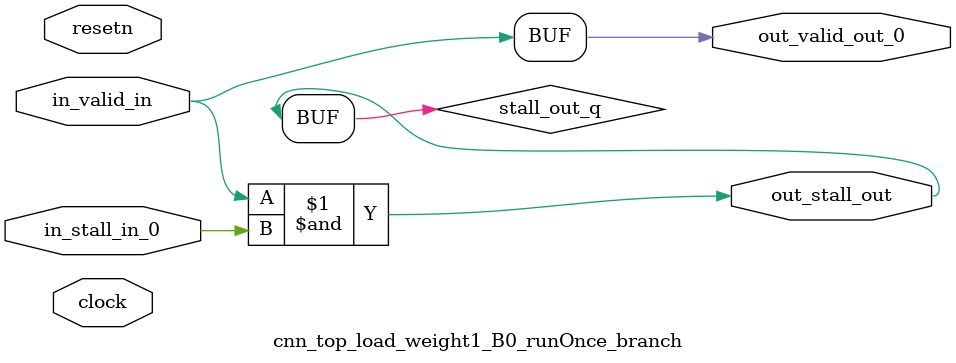
<source format=sv>



(* altera_attribute = "-name AUTO_SHIFT_REGISTER_RECOGNITION OFF; -name MESSAGE_DISABLE 10036; -name MESSAGE_DISABLE 10037; -name MESSAGE_DISABLE 14130; -name MESSAGE_DISABLE 14320; -name MESSAGE_DISABLE 15400; -name MESSAGE_DISABLE 14130; -name MESSAGE_DISABLE 10036; -name MESSAGE_DISABLE 12020; -name MESSAGE_DISABLE 12030; -name MESSAGE_DISABLE 12010; -name MESSAGE_DISABLE 12110; -name MESSAGE_DISABLE 14320; -name MESSAGE_DISABLE 13410; -name MESSAGE_DISABLE 113007; -name MESSAGE_DISABLE 10958" *)
module cnn_top_load_weight1_B0_runOnce_branch (
    input wire [0:0] in_stall_in_0,
    input wire [0:0] in_valid_in,
    output wire [0:0] out_stall_out,
    output wire [0:0] out_valid_out_0,
    input wire clock,
    input wire resetn
    );

    wire [0:0] stall_out_q;


    // stall_out(LOGICAL,6)
    assign stall_out_q = in_valid_in & in_stall_in_0;

    // out_stall_out(GPOUT,4)
    assign out_stall_out = stall_out_q;

    // out_valid_out_0(GPOUT,5)
    assign out_valid_out_0 = in_valid_in;

endmodule

</source>
